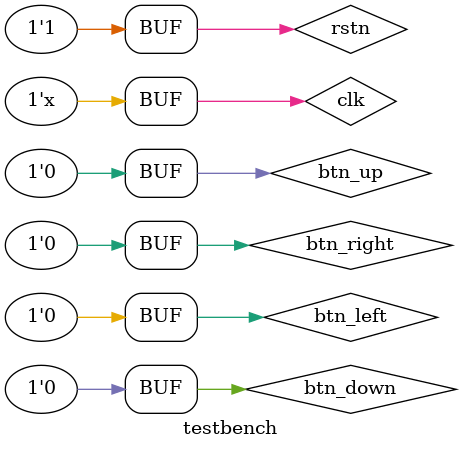
<source format=v>
`timescale 1ns / 1ps

module testbench();
    reg rstn, clk, btn_left, btn_right, btn_up, btn_down;
    initial begin
        rstn = 1'b0;
        clk = 1'b1;
        #20 rstn = 1'b1;
    end

    always #5 clk = ~clk;
    
    always begin
        #100
        btn_left = 1'b1;
        #30
        btn_left = 1'b0;
        
        #200
        btn_right = 1'b1;
        #30
        btn_right = 1'b0;
        
        #200
        btn_up = 1'b1;
        #30
        btn_up = 1'b0;
        
        #200
        btn_down = 1'b1;
        #30
        btn_down = 1'b0;
        
    end
    
    sys_top _sys_top(
        .clk(clk),
        .rstn(rstn),
        .btn_left(btn_left), 
        .btn_right(btn_right), 
        .btn_up(btn_up),
        .btn_down(btn_down),
        .hsync(hsync),
        .vsync(vsync),
        .red(red),
        .green(green),
        .blue(blue)
    );
endmodule

</source>
